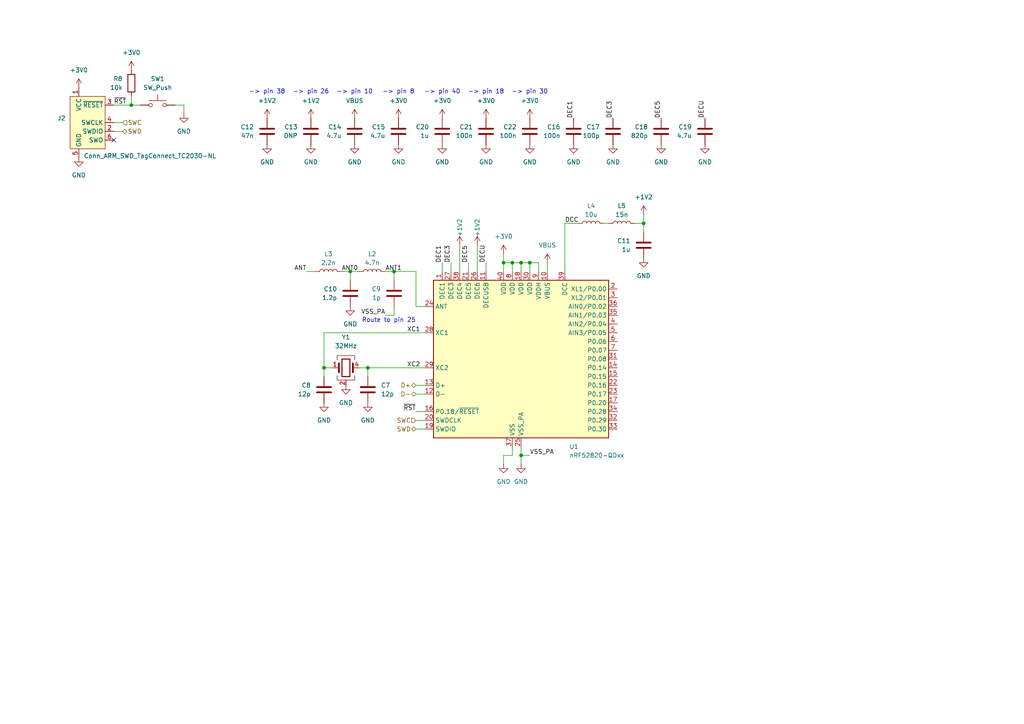
<source format=kicad_sch>
(kicad_sch (version 20250114) (generator "eeschema") (generator_version "9.0")
  (paper "A4")
  (lib_symbols
    (symbol "Connector:Conn_ARM_SWD_TagConnect_TC2030-NL" (in_bom no)
      (property "Reference" "J" (at 2.54 11.43 0))
      (property "Value" "Conn_ARM_SWD_TagConnect_TC2030-NL" (at 2.54 8.89 0))
      (symbol "Conn_ARM_SWD_TagConnect_TC2030-NL_0_0"
        (pin power_in line (at -2.54 10.16 270) (length 2.54) (name "VCC") (number "1"))
        (pin power_in line (at -2.54 -10.16 90) (length 2.54) (name "GND") (number "5"))
        (pin open_collector line (at 7.62 5.08 180) (length 2.54) (name "~{RESET}") (number "3"))
        (pin output line (at 7.62 0 180) (length 2.54) (name "SWCLK") (number "4"))
        (pin bidirectional line (at 7.62 -2.54 180) (length 2.54) (name "SWDIO") (number "2"))
        (pin input line (at 7.62 -5.08 180) (length 2.54) (name "SWO") (number "6"))
      )
      (symbol "Conn_ARM_SWD_TagConnect_TC2030-NL_0_1"
        (rectangle (start -5.08 7.62) (end 5.08 -7.62) (fill (type background)))
      )
    )
    (symbol "Device:C" (pin_numbers (hide yes)) (pin_names (offset 0.254))
      (property "Reference" "C" (at 0.635 2.54 0))
      (property "Value" "C" (at 0.635 -2.54 0))
      (symbol "C_0_1"
        (polyline (pts (xy -2.032 0.762) (xy 2.032 0.762)) (stroke (width 0.508)))
        (polyline (pts (xy -2.032 -0.762) (xy 2.032 -0.762)) (stroke (width 0.508)))
      )
      (symbol "C_1_1"
        (pin passive line (at 0 3.81 270) (length 2.794) (name "~") (number "1"))
        (pin passive line (at 0 -3.81 90) (length 2.794) (name "~") (number "2"))
      )
    )
    (symbol "Device:Crystal_GND23" (pin_names (offset 1.016) (hide yes))
      (property "Reference" "Y" (at 3.175 5.08 0))
      (property "Value" "Crystal_GND23" (at 3.175 3.175 0))
      (symbol "Crystal_GND23_0_1"
        (polyline (pts (xy -2.54 2.286) (xy -2.54 3.556) (xy 2.54 3.556) (xy 2.54 2.286)))
        (polyline (pts (xy -2.54 0) (xy -2.032 0)))
        (polyline (pts (xy -2.54 -2.286) (xy -2.54 -3.556) (xy 2.54 -3.556) (xy 2.54 -2.286)))
        (polyline (pts (xy -2.032 -1.27) (xy -2.032 1.27)) (stroke (width 0.508)))
        (rectangle (start -1.143 2.54) (end 1.143 -2.54) (stroke (width 0.3048)))
        (polyline (pts (xy 0 -3.81) (xy 0 -3.556)))
        (polyline (pts (xy 2.032 0) (xy 2.54 0)))
        (polyline (pts (xy 2.032 -1.27) (xy 2.032 1.27)) (stroke (width 0.508)))
      )
      (symbol "Crystal_GND23_1_1"
        (pin passive line (at -3.81 0 0) (length 1.27) (name "1") (number "1"))
        (pin passive line (at 0 -5.08 90) (length 1.27) (name "G") (number "2"))
        (pin passive line (at 0 -5.08 90) (length 1.27) (hide yes) (name "G") (number "3"))
        (pin passive line (at 3.81 0 180) (length 1.27) (name "4") (number "4"))
      )
    )
    (symbol "Device:L" (pin_numbers (hide yes)) (pin_names (offset 1.016) (hide yes))
      (property "Reference" "L" (at -1.27 0 90))
      (property "Value" "L" (at 1.905 0 90))
      (symbol "L_0_1"
        (arc (start 0 2.54) (mid 0.6323 1.905) (end 0 1.27))
        (arc (start 0 1.27) (mid 0.6323 0.635) (end 0 0))
        (arc (start 0 0) (mid 0.6323 -0.635) (end 0 -1.27))
        (arc (start 0 -1.27) (mid 0.6323 -1.905) (end 0 -2.54))
      )
      (symbol "L_1_1"
        (pin passive line (at 0 3.81 270) (length 1.27) (name "1") (number "1"))
        (pin passive line (at 0 -3.81 90) (length 1.27) (name "2") (number "2"))
      )
    )
    (symbol "Device:R" (pin_numbers (hide yes)) (pin_names (offset 0))
      (property "Reference" "R" (at 2.032 0 90))
      (property "Value" "R" (at 0 0 90))
      (symbol "R_0_1"
        (rectangle (start -1.016 -2.54) (end 1.016 2.54) (stroke (width 0.254)))
      )
      (symbol "R_1_1"
        (pin passive line (at 0 3.81 270) (length 1.27) (name "~") (number "1"))
        (pin passive line (at 0 -3.81 90) (length 1.27) (name "~") (number "2"))
      )
    )
    (symbol "MCU_Nordic:nRF52820-QDxx"
      (property "Reference" "U" (at -2.54 0 0))
      (property "Value" "nRF52820-QDxx" (at -2.54 -2.54 0))
      (symbol "nRF52820-QDxx_0_1"
        (rectangle (start -25.4 22.86) (end 25.4 -22.86) (stroke (width 0.254)) (fill (type background)))
      )
      (symbol "nRF52820-QDxx_1_1"
        (pin passive line (at -27.94 15.24 0) (length 2.54) (name "ANT") (number "24"))
        (pin input line (at -27.94 7.62 0) (length 2.54) (name "XC1") (number "28"))
        (pin input line (at -27.94 -2.54 0) (length 2.54) (name "XC2") (number "29"))
        (pin bidirectional line (at -27.94 -7.62 0) (length 2.54) (name "D+") (number "13"))
        (pin bidirectional line (at -27.94 -10.16 0) (length 2.54) (name "D-") (number "12"))
        (pin bidirectional line (at -27.94 -15.24 0) (length 2.54) (name "P0.18/~{RESET}") (number "16"))
        (pin input line (at -27.94 -17.78 0) (length 2.54) (name "SWDCLK") (number "20"))
        (pin bidirectional line (at -27.94 -20.32 0) (length 2.54) (name "SWDIO") (number "19"))
        (pin passive line (at -22.86 25.4 270) (length 2.54) (name "DEC1") (number "1"))
        (pin passive line (at -20.32 25.4 270) (length 2.54) (name "DEC3") (number "27"))
        (pin passive line (at -17.78 25.4 270) (length 2.54) (name "DEC4") (number "38"))
        (pin passive line (at -15.24 25.4 270) (length 2.54) (name "DEC5") (number "21"))
        (pin passive line (at -12.7 25.4 270) (length 2.54) (name "DEC6") (number "26"))
        (pin passive line (at -10.16 25.4 270) (length 2.54) (name "DECUSB") (number "11"))
        (pin power_in line (at -5.08 25.4 270) (length 2.54) (name "VDD") (number "40"))
        (pin power_in line (at -2.54 25.4 270) (length 2.54) (name "VDD") (number "8"))
        (pin power_in line (at -2.54 -25.4 90) (length 2.54) (name "VSS") (number "37"))
        (pin passive line (at -2.54 -25.4 90) (length 2.54) (hide yes) (name "VSS") (number "41"))
        (pin power_in line (at 0 25.4 270) (length 2.54) (name "VDD") (number "18"))
        (pin power_in line (at 0 -25.4 90) (length 2.54) (name "VSS_PA") (number "25"))
        (pin power_in line (at 2.54 25.4 270) (length 2.54) (name "VDD") (number "30"))
        (pin power_in line (at 5.08 25.4 270) (length 2.54) (name "VDDH") (number "9"))
        (pin power_in line (at 7.62 25.4 270) (length 2.54) (name "VBUS") (number "10"))
        (pin power_out line (at 12.7 25.4 270) (length 2.54) (name "DCC") (number "39"))
        (pin bidirectional line (at 27.94 20.32 180) (length 2.54) (name "XL1/P0.00") (number "2"))
        (pin bidirectional line (at 27.94 17.78 180) (length 2.54) (name "XL2/P0.01") (number "3"))
        (pin bidirectional line (at 27.94 15.24 180) (length 2.54) (name "AIN0/P0.02") (number "36"))
        (pin bidirectional line (at 27.94 12.7 180) (length 2.54) (name "AIN1/P0.03") (number "35"))
        (pin bidirectional line (at 27.94 10.16 180) (length 2.54) (name "AIN2/P0.04") (number "4"))
        (pin bidirectional line (at 27.94 7.62 180) (length 2.54) (name "AIN3/P0.05") (number "5"))
        (pin bidirectional line (at 27.94 5.08 180) (length 2.54) (name "P0.06") (number "6"))
        (pin bidirectional line (at 27.94 2.54 180) (length 2.54) (name "P0.07") (number "7"))
        (pin bidirectional line (at 27.94 0 180) (length 2.54) (name "P0.08") (number "31"))
        (pin bidirectional line (at 27.94 -2.54 180) (length 2.54) (name "P0.14") (number "14"))
        (pin bidirectional line (at 27.94 -5.08 180) (length 2.54) (name "P0.15") (number "15"))
        (pin bidirectional line (at 27.94 -7.62 180) (length 2.54) (name "P0.16") (number "22"))
        (pin bidirectional line (at 27.94 -10.16 180) (length 2.54) (name "P0.17") (number "23"))
        (pin bidirectional line (at 27.94 -12.7 180) (length 2.54) (name "P0.20") (number "17"))
        (pin bidirectional line (at 27.94 -15.24 180) (length 2.54) (name "P0.28") (number "34"))
        (pin bidirectional line (at 27.94 -17.78 180) (length 2.54) (name "P0.29") (number "32"))
        (pin bidirectional line (at 27.94 -20.32 180) (length 2.54) (name "P0.30") (number "33"))
      )
    )
    (symbol "Switch:SW_Push" (pin_numbers (hide yes)) (pin_names (offset 1.016) (hide yes))
      (property "Reference" "SW" (at 1.27 2.54 0))
      (property "Value" "SW_Push" (at 0 -1.524 0))
      (symbol "SW_Push_0_1"
        (circle (center -2.032 0) (radius 0.508))
        (polyline (pts (xy 0 1.27) (xy 0 3.048)))
        (circle (center 2.032 0) (radius 0.508))
        (polyline (pts (xy 2.54 1.27) (xy -2.54 1.27)))
        (pin passive line (at -5.08 0 0) (length 2.54) (name "1") (number "1"))
        (pin passive line (at 5.08 0 180) (length 2.54) (name "2") (number "2"))
      )
    )
    (symbol "power:+1V2" (power) (pin_numbers (hide yes)) (pin_names (offset 0) (hide yes))
      (property "Value" "+1V2" (at 0 3.556 0))
      (symbol "+1V2_0_1"
        (polyline (pts (xy -0.762 1.27) (xy 0 2.54)))
        (polyline (pts (xy 0 2.54) (xy 0.762 1.27)))
        (polyline (pts (xy 0 0) (xy 0 2.54)))
      )
      (symbol "+1V2_1_1"
        (pin power_in line (at 0 0 90) (length 0) (name "~") (number "1"))
      )
    )
    (symbol "power:+3V0" (power) (pin_numbers (hide yes)) (pin_names (offset 0) (hide yes))
      (property "Value" "+3V0" (at 0 3.556 0))
      (symbol "+3V0_0_1"
        (polyline (pts (xy -0.762 1.27) (xy 0 2.54)))
        (polyline (pts (xy 0 2.54) (xy 0.762 1.27)))
        (polyline (pts (xy 0 0) (xy 0 2.54)))
      )
      (symbol "+3V0_1_1"
        (pin power_in line (at 0 0 90) (length 0) (name "~") (number "1"))
      )
    )
    (symbol "power:GND" (power) (pin_numbers (hide yes)) (pin_names (offset 0) (hide yes))
      (property "Value" "GND" (at 0 -3.81 0))
      (symbol "GND_0_1"
        (polyline (pts (xy 0 0) (xy 0 -1.27) (xy 1.27 -1.27) (xy 0 -2.54) (xy -1.27 -1.27) (xy 0 -1.27)))
      )
      (symbol "GND_1_1"
        (pin power_in line (at 0 0 270) (length 0) (name "~") (number "1"))
      )
    )
    (symbol "power:VBUS" (power) (pin_numbers (hide yes)) (pin_names (offset 0) (hide yes))
      (property "Value" "VBUS" (at 0 3.556 0))
      (symbol "VBUS_0_1"
        (polyline (pts (xy -0.762 1.27) (xy 0 2.54)))
        (polyline (pts (xy 0 2.54) (xy 0.762 1.27)))
        (polyline (pts (xy 0 0) (xy 0 2.54)))
      )
      (symbol "VBUS_1_1"
        (pin power_in line (at 0 0 90) (length 0) (name "~") (number "1"))
      )
    )
  )
  (text "-> pin 38" (at 77.47 26.67 0) (effects (font (size 1.27 1.27))))
  (text "-> pin 40" (at 128.27 26.67 0) (effects (font (size 1.27 1.27))))
  (text "Route to pin 25" (at 112.776 92.964 0) (effects (font (size 1.27 1.27))))
  (text "-> pin 30" (at 153.67 26.67 0) (effects (font (size 1.27 1.27))))
  (text "-> pin 10" (at 102.87 26.67 0) (effects (font (size 1.27 1.27))))
  (text "-> pin 8" (at 115.57 26.67 0) (effects (font (size 1.27 1.27))))
  (text "-> pin 18" (at 140.97 26.67 0) (effects (font (size 1.27 1.27))))
  (text "-> pin 26" (at 90.17 26.67 0) (effects (font (size 1.27 1.27))))
  (junction (at 151.13 76.2))
  (junction (at 106.68 106.68))
  (junction (at 38.1 30.48))
  (junction (at 93.98 106.68))
  (junction (at 153.67 76.2))
  (junction (at 186.69 64.77))
  (junction (at 101.6 78.74))
  (junction (at 146.05 76.2))
  (junction (at 151.13 132.08))
  (junction (at 148.59 76.2))
  (junction (at 114.3 78.74))
  (no_connect (at 33.02 40.64))
  (wire (pts (xy 146.05 132.08) (xy 146.05 134.62)))
  (wire (pts (xy 33.02 30.48) (xy 38.1 30.48)))
  (wire (pts (xy 120.65 78.74) (xy 114.3 78.74)))
  (wire (pts (xy 151.13 76.2) (xy 148.59 76.2)))
  (wire (pts (xy 53.34 33.02) (xy 53.34 30.48)))
  (wire (pts (xy 104.14 106.68) (xy 106.68 106.68)))
  (wire (pts (xy 186.69 64.77) (xy 184.15 64.77)))
  (wire (pts (xy 138.43 71.12) (xy 138.43 78.74)))
  (wire (pts (xy 151.13 132.08) (xy 153.67 132.08)))
  (wire (pts (xy 175.26 64.77) (xy 176.53 64.77)))
  (wire (pts (xy 53.34 30.48) (xy 50.8 30.48)))
  (wire (pts (xy 120.65 114.3) (xy 123.19 114.3)))
  (wire (pts (xy 146.05 132.08) (xy 148.59 132.08)))
  (wire (pts (xy 33.02 38.1) (xy 35.56 38.1)))
  (wire (pts (xy 101.6 78.74) (xy 101.6 81.28)))
  (wire (pts (xy 114.3 78.74) (xy 114.3 81.28)))
  (wire (pts (xy 88.9 78.74) (xy 91.44 78.74)))
  (wire (pts (xy 101.6 78.74) (xy 104.14 78.74)))
  (wire (pts (xy 120.65 88.9) (xy 120.65 78.74)))
  (wire (pts (xy 93.98 96.52) (xy 93.98 106.68)))
  (wire (pts (xy 130.81 76.2) (xy 130.81 78.74)))
  (wire (pts (xy 106.68 106.68) (xy 123.19 106.68)))
  (wire (pts (xy 148.59 132.08) (xy 148.59 129.54)))
  (wire (pts (xy 156.21 76.2) (xy 153.67 76.2)))
  (wire (pts (xy 151.13 76.2) (xy 151.13 78.74)))
  (wire (pts (xy 153.67 76.2) (xy 153.67 78.74)))
  (wire (pts (xy 120.65 124.46) (xy 123.19 124.46)))
  (wire (pts (xy 135.89 76.2) (xy 135.89 78.74)))
  (wire (pts (xy 133.35 71.12) (xy 133.35 78.74)))
  (wire (pts (xy 186.69 67.31) (xy 186.69 64.77)))
  (wire (pts (xy 120.65 121.92) (xy 123.19 121.92)))
  (wire (pts (xy 99.06 78.74) (xy 101.6 78.74)))
  (wire (pts (xy 163.83 64.77) (xy 163.83 78.74)))
  (wire (pts (xy 128.27 76.2) (xy 128.27 78.74)))
  (wire (pts (xy 151.13 129.54) (xy 151.13 132.08)))
  (wire (pts (xy 120.65 119.38) (xy 123.19 119.38)))
  (wire (pts (xy 114.3 78.74) (xy 111.76 78.74)))
  (wire (pts (xy 140.97 76.2) (xy 140.97 78.74)))
  (wire (pts (xy 156.21 78.74) (xy 156.21 76.2)))
  (wire (pts (xy 148.59 76.2) (xy 146.05 76.2)))
  (wire (pts (xy 151.13 132.08) (xy 151.13 134.62)))
  (wire (pts (xy 123.19 88.9) (xy 120.65 88.9)))
  (wire (pts (xy 123.19 96.52) (xy 93.98 96.52)))
  (wire (pts (xy 114.3 88.9) (xy 114.3 91.44)))
  (wire (pts (xy 111.76 91.44) (xy 114.3 91.44)))
  (wire (pts (xy 33.02 35.56) (xy 35.56 35.56)))
  (wire (pts (xy 153.67 76.2) (xy 151.13 76.2)))
  (wire (pts (xy 158.75 76.2) (xy 158.75 78.74)))
  (wire (pts (xy 38.1 27.94) (xy 38.1 30.48)))
  (wire (pts (xy 148.59 76.2) (xy 148.59 78.74)))
  (wire (pts (xy 93.98 106.68) (xy 96.52 106.68)))
  (wire (pts (xy 146.05 73.66) (xy 146.05 76.2)))
  (wire (pts (xy 146.05 76.2) (xy 146.05 78.74)))
  (wire (pts (xy 186.69 62.23) (xy 186.69 64.77)))
  (wire (pts (xy 93.98 109.22) (xy 93.98 106.68)))
  (wire (pts (xy 163.83 64.77) (xy 167.64 64.77)))
  (wire (pts (xy 106.68 106.68) (xy 106.68 109.22)))
  (wire (pts (xy 38.1 30.48) (xy 40.64 30.48)))
  (wire (pts (xy 120.65 111.76) (xy 123.19 111.76)))
  (label "XC1" (at 121.92 96.52 180))
  (label "DECU" (at 140.97 76.2 90))
  (label "DECU" (at 204.47 34.29 90))
  (label "ANT1" (at 111.76 78.74 0))
  (label "DEC3" (at 177.8 34.29 90))
  (label "DCC" (at 163.83 64.77 0))
  (label "DEC1" (at 128.27 76.2 90))
  (label "~{RST}" (at 33.02 30.48 0))
  (label "DEC1" (at 166.37 34.29 90))
  (label "VSS_PA" (at 111.76 91.44 180))
  (label "VSS_PA" (at 153.67 132.08 0))
  (label "XC2" (at 121.92 106.68 180))
  (label "DEC5" (at 135.89 76.2 90))
  (label "ANT0" (at 99.06 78.74 0))
  (label "~{RST}" (at 120.65 119.38 180))
  (label "DEC3" (at 130.81 76.2 90))
  (label "DEC5" (at 191.77 34.29 90))
  (label "ANT" (at 88.9 78.74 180))
  (hierarchical_label "SWC" (shape input) (at 35.56 35.56 0))
  (hierarchical_label "D+" (shape bidirectional) (at 120.65 111.76 180))
  (hierarchical_label "SWC" (shape input) (at 120.65 121.92 180))
  (hierarchical_label "D-" (shape bidirectional) (at 120.65 114.3 180))
  (hierarchical_label "SWD" (shape bidirectional) (at 35.56 38.1 0))
  (hierarchical_label "SWD" (shape bidirectional) (at 120.65 124.46 180))
  (symbol (lib_id "Device:C") (at 77.47 38.1 0) (mirror y) (unit 1)
    (property "Reference" "C12" (at 73.66 36.8299 0) (effects (justify left)))
    (property "Value" "47n" (at 73.66 39.3699 0) (effects (justify left)))
    (property "Footprint" "Capacitor_SMD:C_0402_1005Metric" (effects (hide yes)))
    (property "Description" "Unpolarized capacitor" (effects (hide yes)))
  )
  (symbol (lib_id "power:+1V2") (at 138.43 71.12 0) (unit 1)
    (property "Reference" "#PWR055" (effects (hide yes)))
    (property "Value" "+1V2" (at 138.43 66.04 90))
    (property "Description" "Power symbol creates a global label with name \"+1V2\"" (effects (hide yes)))
  )
  (symbol (lib_id "power:+3V0") (at 128.27 34.29 0) (unit 1)
    (property "Reference" "#PWR071" (effects (hide yes)))
    (property "Value" "+3V0" (at 128.27 29.21 0))
    (property "Description" "Power symbol creates a global label with name \"+3V0\"" (effects (hide yes)))
  )
  (symbol (lib_id "power:+1V2") (at 90.17 34.29 0) (unit 1)
    (property "Reference" "#PWR067" (effects (hide yes)))
    (property "Value" "+1V2" (at 90.17 29.21 0))
    (property "Description" "Power symbol creates a global label with name \"+1V2\"" (effects (hide yes)))
  )
  (symbol (lib_id "Device:C") (at 186.69 71.12 0) (mirror y) (unit 1)
    (property "Reference" "C11" (at 182.88 69.8499 0) (effects (justify left)))
    (property "Value" "1u" (at 182.88 72.3899 0) (effects (justify left)))
    (property "Footprint" "Capacitor_SMD:C_0402_1005Metric" (effects (hide yes)))
    (property "Description" "Unpolarized capacitor" (effects (hide yes)))
  )
  (symbol (lib_id "power:GND") (at 77.47 41.91 0) (unit 1)
    (property "Reference" "#PWR056" (effects (hide yes)))
    (property "Value" "GND" (at 77.47 46.99 0))
    (property "Description" "Power symbol creates a global label with name \"GND\" , ground" (effects (hide yes)))
  )
  (symbol (lib_id "power:GND") (at 146.05 134.62 0) (unit 1)
    (property "Reference" "#PWR035" (effects (hide yes)))
    (property "Value" "GND" (at 146.05 139.7 0))
    (property "Description" "Power symbol creates a global label with name \"GND\" , ground" (effects (hide yes)))
  )
  (symbol (lib_id "Device:Crystal_GND23") (at 100.33 106.68 0) (unit 1)
    (property "Reference" "Y1" (at 100.33 97.79 0))
    (property "Value" "32MHz" (at 100.33 100.33 0))
    (property "Footprint" "Crystal:Crystal_SMD_2520-4Pin_2.5x2.0mm" (effects (hide yes)))
    (property "Description" "Four pin crystal, GND on pins 2 and 3" (effects (hide yes)))
    (property private "KLC_S3.3" "The rectangle is not a symbol body but a graphical element" (effects (hide yes)))
    (property private "KLC_S4.1" "Some pins are on 50mil grid to make the symbol small" (effects (hide yes)))
  )
  (symbol (lib_id "Device:R") (at 38.1 24.13 0) (mirror y) (unit 1)
    (property "Reference" "R8" (at 35.56 22.8599 0) (effects (justify left)))
    (property "Value" "10k" (at 35.56 25.3999 0) (effects (justify left)))
    (property "Footprint" "Resistor_SMD:R_0402_1005Metric" (effects (hide yes)))
    (property "Description" "Resistor" (effects (hide yes)))
  )
  (symbol (lib_id "power:+1V2") (at 133.35 71.12 0) (unit 1)
    (property "Reference" "#PWR054" (effects (hide yes)))
    (property "Value" "+1V2" (at 133.35 66.04 90))
    (property "Description" "Power symbol creates a global label with name \"+1V2\"" (effects (hide yes)))
  )
  (symbol (lib_id "power:GND") (at 140.97 41.91 0) (unit 1)
    (property "Reference" "#PWR065" (effects (hide yes)))
    (property "Value" "GND" (at 140.97 46.99 0))
    (property "Description" "Power symbol creates a global label with name \"GND\" , ground" (effects (hide yes)))
  )
  (symbol (lib_id "power:GND") (at 191.77 41.91 0) (unit 1)
    (property "Reference" "#PWR062" (effects (hide yes)))
    (property "Value" "GND" (at 191.77 46.99 0))
    (property "Description" "Power symbol creates a global label with name \"GND\" , ground" (effects (hide yes)))
  )
  (symbol (lib_id "power:GND") (at 106.68 116.84 0) (unit 1)
    (property "Reference" "#PWR046" (effects (hide yes)))
    (property "Value" "GND" (at 106.68 121.92 0))
    (property "Description" "Power symbol creates a global label with name \"GND\" , ground" (effects (hide yes)))
  )
  (symbol (lib_id "power:GND") (at 115.57 41.91 0) (unit 1)
    (property "Reference" "#PWR059" (effects (hide yes)))
    (property "Value" "GND" (at 115.57 46.99 0))
    (property "Description" "Power symbol creates a global label with name \"GND\" , ground" (effects (hide yes)))
  )
  (symbol (lib_id "Device:C") (at 114.3 85.09 0) (mirror y) (unit 1)
    (property "Reference" "C9" (at 110.49 83.8199 0) (effects (justify left)))
    (property "Value" "1p" (at 110.49 86.3599 0) (effects (justify left)))
    (property "Footprint" "Capacitor_SMD:C_0402_1005Metric" (effects (hide yes)))
    (property "Description" "Unpolarized capacitor" (effects (hide yes)))
  )
  (symbol (lib_id "Device:L") (at 107.95 78.74 90) (unit 1)
    (property "Reference" "L2" (at 107.95 73.66 90))
    (property "Value" "4.7n" (at 107.95 76.2 90))
    (property "Footprint" "Inductor_SMD:L_0402_1005Metric" (effects (hide yes)))
    (property "Description" "Inductor" (effects (hide yes)))
  )
  (symbol (lib_id "power:+1V2") (at 77.47 34.29 0) (unit 1)
    (property "Reference" "#PWR066" (effects (hide yes)))
    (property "Value" "+1V2" (at 77.47 29.21 0))
    (property "Description" "Power symbol creates a global label with name \"+1V2\"" (effects (hide yes)))
  )
  (symbol (lib_id "Device:C") (at 115.57 38.1 0) (mirror y) (unit 1)
    (property "Reference" "C15" (at 111.76 36.8299 0) (effects (justify left)))
    (property "Value" "4.7u" (at 111.76 39.3699 0) (effects (justify left)))
    (property "Footprint" "Capacitor_SMD:C_0603_1608Metric" (effects (hide yes)))
    (property "Description" "Unpolarized capacitor" (effects (hide yes)))
  )
  (symbol (lib_id "power:+3V0") (at 115.57 34.29 0) (unit 1)
    (property "Reference" "#PWR069" (effects (hide yes)))
    (property "Value" "+3V0" (at 115.57 29.21 0))
    (property "Description" "Power symbol creates a global label with name \"+3V0\"" (effects (hide yes)))
  )
  (symbol (lib_id "MCU_Nordic:nRF52820-QDxx") (at 151.13 104.14 0) (unit 1)
    (property "Reference" "U1" (at 165.1 129.54 0) (effects (justify left)))
    (property "Value" "nRF52820-QDxx" (at 165.1 132.08 0) (effects (justify left)))
    (property "Footprint" "Package_DFN_QFN:QFN-40-1EP_5x5mm_P0.4mm_EP3.6x3.6mm" (effects (hide yes)))
    (property "Datasheet" "https://infocenter.nordicsemi.com/pdf/nRF52820_PS_v1.0.pdf" (effects (hide yes)))
    (property "Description" "Multiprotocol BLE/ANT/2.4 GHz/802.15.4 Cortex-M4 SoC, QFN-40" (effects (hide yes)))
  )
  (symbol (lib_id "Device:C") (at 166.37 38.1 0) (mirror y) (unit 1)
    (property "Reference" "C16" (at 162.56 36.8299 0) (effects (justify left)))
    (property "Value" "100n" (at 162.56 39.3699 0) (effects (justify left)))
    (property "Footprint" "Capacitor_SMD:C_0402_1005Metric" (effects (hide yes)))
    (property "Description" "Unpolarized capacitor" (effects (hide yes)))
  )
  (symbol (lib_id "power:VBUS") (at 158.75 76.2 0) (unit 1)
    (property "Reference" "#PWR05" (effects (hide yes)))
    (property "Value" "VBUS" (at 158.75 71.12 0))
    (property "Description" "Power symbol creates a global label with name \"VBUS\"" (effects (hide yes)))
  )
  (symbol (lib_id "Device:C") (at 204.47 38.1 0) (mirror y) (unit 1)
    (property "Reference" "C19" (at 200.66 36.8299 0) (effects (justify left)))
    (property "Value" "4.7u" (at 200.66 39.3699 0) (effects (justify left)))
    (property "Footprint" "Capacitor_SMD:C_0603_1608Metric" (effects (hide yes)))
    (property "Description" "Unpolarized capacitor" (effects (hide yes)))
  )
  (symbol (lib_id "Device:C") (at 153.67 38.1 0) (mirror y) (unit 1)
    (property "Reference" "C22" (at 149.86 36.8299 0) (effects (justify left)))
    (property "Value" "100n" (at 149.86 39.3699 0) (effects (justify left)))
    (property "Footprint" "Capacitor_SMD:C_0402_1005Metric" (effects (hide yes)))
    (property "Description" "Unpolarized capacitor" (effects (hide yes)))
  )
  (symbol (lib_id "power:GND") (at 53.34 33.02 0) (unit 1)
    (property "Reference" "#PWR039" (effects (hide yes)))
    (property "Value" "GND" (at 53.34 38.1 0))
    (property "Description" "Power symbol creates a global label with name \"GND\" , ground" (effects (hide yes)))
  )
  (symbol (lib_id "power:+3V0") (at 153.67 34.29 0) (unit 1)
    (property "Reference" "#PWR073" (effects (hide yes)))
    (property "Value" "+3V0" (at 153.67 29.21 0))
    (property "Description" "Power symbol creates a global label with name \"+3V0\"" (effects (hide yes)))
  )
  (symbol (lib_id "Device:C") (at 177.8 38.1 0) (mirror y) (unit 1)
    (property "Reference" "C17" (at 173.99 36.8299 0) (effects (justify left)))
    (property "Value" "100p" (at 173.99 39.3699 0) (effects (justify left)))
    (property "Footprint" "Capacitor_SMD:C_0402_1005Metric" (effects (hide yes)))
    (property "Description" "Unpolarized capacitor" (effects (hide yes)))
  )
  (symbol (lib_id "power:GND") (at 101.6 88.9 0) (unit 1)
    (property "Reference" "#PWR051" (effects (hide yes)))
    (property "Value" "GND" (at 101.6 93.98 0))
    (property "Description" "Power symbol creates a global label with name \"GND\" , ground" (effects (hide yes)))
  )
  (symbol (lib_id "Device:C") (at 101.6 85.09 0) (mirror y) (unit 1)
    (property "Reference" "C10" (at 97.79 83.8199 0) (effects (justify left)))
    (property "Value" "1.2p" (at 97.79 86.3599 0) (effects (justify left)))
    (property "Footprint" "Capacitor_SMD:C_0402_1005Metric" (effects (hide yes)))
    (property "Description" "Unpolarized capacitor" (effects (hide yes)))
  )
  (symbol (lib_id "power:VBUS") (at 102.87 34.29 0) (unit 1)
    (property "Reference" "#PWR068" (effects (hide yes)))
    (property "Value" "VBUS" (at 102.87 29.21 0))
    (property "Description" "Power symbol creates a global label with name \"VBUS\"" (effects (hide yes)))
  )
  (symbol (lib_id "power:GND") (at 151.13 134.62 0) (unit 1)
    (property "Reference" "#PWR050" (effects (hide yes)))
    (property "Value" "GND" (at 151.13 139.7 0))
    (property "Description" "Power symbol creates a global label with name \"GND\" , ground" (effects (hide yes)))
  )
  (symbol (lib_id "Device:C") (at 140.97 38.1 0) (mirror y) (unit 1)
    (property "Reference" "C21" (at 137.16 36.8299 0) (effects (justify left)))
    (property "Value" "100n" (at 137.16 39.3699 0) (effects (justify left)))
    (property "Footprint" "Capacitor_SMD:C_0402_1005Metric" (effects (hide yes)))
    (property "Description" "Unpolarized capacitor" (effects (hide yes)))
  )
  (symbol (lib_id "Switch:SW_Push") (at 45.72 30.48 0) (unit 1)
    (property "Reference" "SW1" (at 45.72 22.86 0))
    (property "Value" "SW_Push" (at 45.72 25.4 0))
    (property "Footprint" "Button_Switch_SMD:SW_SPST_EVQP7C" (effects (hide yes)))
    (property "Description" "Push button switch, generic, two pins" (effects (hide yes)))
  )
  (symbol (lib_id "Device:L") (at 180.34 64.77 90) (unit 1)
    (property "Reference" "L5" (at 180.34 59.69 90))
    (property "Value" "15n" (at 180.34 62.23 90))
    (property "Footprint" "Inductor_SMD:L_0402_1005Metric" (effects (hide yes)))
    (property "Description" "Inductor" (effects (hide yes)))
  )
  (symbol (lib_id "Device:C") (at 90.17 38.1 0) (mirror y) (unit 1)
    (property "Reference" "C13" (at 86.36 36.8299 0) (effects (justify left)))
    (property "Value" "DNP" (at 86.36 39.3699 0) (effects (justify left)))
    (property "Footprint" "Capacitor_SMD:C_0402_1005Metric" (effects (hide yes)))
    (property "Description" "Unpolarized capacitor" (effects (hide yes)))
  )
  (symbol (lib_id "power:GND") (at 90.17 41.91 0) (unit 1)
    (property "Reference" "#PWR057" (effects (hide yes)))
    (property "Value" "GND" (at 90.17 46.99 0))
    (property "Description" "Power symbol creates a global label with name \"GND\" , ground" (effects (hide yes)))
  )
  (symbol (lib_id "Device:C") (at 106.68 113.03 0) (unit 1)
    (property "Reference" "C7" (at 110.49 111.7599 0) (effects (justify left)))
    (property "Value" "12p" (at 110.49 114.2999 0) (effects (justify left)))
    (property "Footprint" "Capacitor_SMD:C_0402_1005Metric" (effects (hide yes)))
    (property "Description" "Unpolarized capacitor" (effects (hide yes)))
  )
  (symbol (lib_id "power:+3V0") (at 140.97 34.29 0) (unit 1)
    (property "Reference" "#PWR072" (effects (hide yes)))
    (property "Value" "+3V0" (at 140.97 29.21 0))
    (property "Description" "Power symbol creates a global label with name \"+3V0\"" (effects (hide yes)))
  )
  (symbol (lib_id "Device:C") (at 102.87 38.1 0) (mirror y) (unit 1)
    (property "Reference" "C14" (at 99.06 36.8299 0) (effects (justify left)))
    (property "Value" "4.7u" (at 99.06 39.3699 0) (effects (justify left)))
    (property "Footprint" "Capacitor_SMD:C_0603_1608Metric" (effects (hide yes)))
    (property "Description" "Unpolarized capacitor" (effects (hide yes)))
  )
  (symbol (lib_id "Device:L") (at 95.25 78.74 90) (unit 1)
    (property "Reference" "L3" (at 95.25 73.66 90))
    (property "Value" "2.2n" (at 95.25 76.2 90))
    (property "Footprint" "Inductor_SMD:L_0402_1005Metric" (effects (hide yes)))
    (property "Description" "Inductor" (effects (hide yes)))
  )
  (symbol (lib_id "power:GND") (at 22.86 45.72 0) (unit 1)
    (property "Reference" "#PWR038" (effects (hide yes)))
    (property "Value" "GND" (at 22.86 50.8 0))
    (property "Description" "Power symbol creates a global label with name \"GND\" , ground" (effects (hide yes)))
  )
  (symbol (lib_id "Device:C") (at 93.98 113.03 0) (unit 1)
    (property "Reference" "C8" (at 90.17 111.7599 0) (effects (justify right)))
    (property "Value" "12p" (at 90.17 114.2999 0) (effects (justify right)))
    (property "Footprint" "Capacitor_SMD:C_0402_1005Metric" (effects (hide yes)))
    (property "Description" "Unpolarized capacitor" (effects (hide yes)))
  )
  (symbol (lib_id "power:+1V2") (at 186.69 62.23 0) (unit 1)
    (property "Reference" "#PWR053" (effects (hide yes)))
    (property "Value" "+1V2" (at 186.69 57.15 0))
    (property "Description" "Power symbol creates a global label with name \"+1V2\"" (effects (hide yes)))
  )
  (symbol (lib_id "Device:C") (at 128.27 38.1 0) (mirror y) (unit 1)
    (property "Reference" "C20" (at 124.46 36.8299 0) (effects (justify left)))
    (property "Value" "1u" (at 124.46 39.3699 0) (effects (justify left)))
    (property "Footprint" "Capacitor_SMD:C_0402_1005Metric" (effects (hide yes)))
    (property "Description" "Unpolarized capacitor" (effects (hide yes)))
  )
  (symbol (lib_id "power:GND") (at 128.27 41.91 0) (unit 1)
    (property "Reference" "#PWR064" (effects (hide yes)))
    (property "Value" "GND" (at 128.27 46.99 0))
    (property "Description" "Power symbol creates a global label with name \"GND\" , ground" (effects (hide yes)))
  )
  (symbol (lib_id "power:+3V0") (at 38.1 20.32 0) (unit 1)
    (property "Reference" "#PWR049" (effects (hide yes)))
    (property "Value" "+3V0" (at 38.1 15.24 0))
    (property "Description" "Power symbol creates a global label with name \"+3V0\"" (effects (hide yes)))
  )
  (symbol (lib_id "power:GND") (at 186.69 74.93 0) (unit 1)
    (property "Reference" "#PWR052" (effects (hide yes)))
    (property "Value" "GND" (at 186.69 80.01 0))
    (property "Description" "Power symbol creates a global label with name \"GND\" , ground" (effects (hide yes)))
  )
  (symbol (lib_id "power:+3V0") (at 22.86 25.4 0) (unit 1)
    (property "Reference" "#PWR042" (effects (hide yes)))
    (property "Value" "+3V0" (at 22.86 20.32 0))
    (property "Description" "Power symbol creates a global label with name \"+3V0\"" (effects (hide yes)))
  )
  (symbol (lib_id "Device:C") (at 191.77 38.1 0) (mirror y) (unit 1)
    (property "Reference" "C18" (at 187.96 36.8299 0) (effects (justify left)))
    (property "Value" "820p" (at 187.96 39.3699 0) (effects (justify left)))
    (property "Footprint" "Capacitor_SMD:C_0402_1005Metric" (effects (hide yes)))
    (property "Description" "Unpolarized capacitor" (effects (hide yes)))
  )
  (symbol (lib_id "power:GND") (at 177.8 41.91 0) (unit 1)
    (property "Reference" "#PWR061" (effects (hide yes)))
    (property "Value" "GND" (at 177.8 46.99 0))
    (property "Description" "Power symbol creates a global label with name \"GND\" , ground" (effects (hide yes)))
  )
  (symbol (lib_id "power:GND") (at 93.98 116.84 0) (unit 1)
    (property "Reference" "#PWR047" (effects (hide yes)))
    (property "Value" "GND" (at 93.98 121.92 0))
    (property "Description" "Power symbol creates a global label with name \"GND\" , ground" (effects (hide yes)))
  )
  (symbol (lib_id "power:GND") (at 153.67 41.91 0) (unit 1)
    (property "Reference" "#PWR070" (effects (hide yes)))
    (property "Value" "GND" (at 153.67 46.99 0))
    (property "Description" "Power symbol creates a global label with name \"GND\" , ground" (effects (hide yes)))
  )
  (symbol (lib_id "power:GND") (at 204.47 41.91 0) (unit 1)
    (property "Reference" "#PWR063" (effects (hide yes)))
    (property "Value" "GND" (at 204.47 46.99 0))
    (property "Description" "Power symbol creates a global label with name \"GND\" , ground" (effects (hide yes)))
  )
  (symbol (lib_id "power:GND") (at 100.33 111.76 0) (unit 1)
    (property "Reference" "#PWR048" (effects (hide yes)))
    (property "Value" "GND" (at 100.33 116.84 0))
    (property "Description" "Power symbol creates a global label with name \"GND\" , ground" (effects (hide yes)))
  )
  (symbol (lib_id "Connector:Conn_ARM_SWD_TagConnect_TC2030-NL") (at 25.4 35.56 0) (unit 1) (in_bom no)
    (property "Reference" "J2" (at 19.05 34.2899 0) (effects (justify right)))
    (property "Value" "Conn_ARM_SWD_TagConnect_TC2030-NL" (at 62.738 45.212 0) (effects (justify right)))
    (property "Footprint" "Project library:Tag-Connect_TC2030-IDC-NL_2x03_P1.27mm_Vertical" (effects (hide yes)))
    (property "Datasheet" "https://www.tag-connect.com/wp-content/uploads/bsk-pdf-manager/TC2030-CTX_1.pdf" (effects (hide yes)))
    (property "Description" "Tag-Connect ARM Cortex SWD JTAG connector, 6 pin, no legs" (effects (hide yes)))
  )
  (symbol (lib_id "power:+3V0") (at 146.05 73.66 0) (unit 1)
    (property "Reference" "#PWR043" (effects (hide yes)))
    (property "Value" "+3V0" (at 146.05 68.58 0))
    (property "Description" "Power symbol creates a global label with name \"+3V0\"" (effects (hide yes)))
  )
  (symbol (lib_id "power:GND") (at 102.87 41.91 0) (unit 1)
    (property "Reference" "#PWR058" (effects (hide yes)))
    (property "Value" "GND" (at 102.87 46.99 0))
    (property "Description" "Power symbol creates a global label with name \"GND\" , ground" (effects (hide yes)))
  )
  (symbol (lib_id "Device:L") (at 171.45 64.77 90) (unit 1)
    (property "Reference" "L4" (at 171.45 59.69 90))
    (property "Value" "10u" (at 171.45 62.23 90))
    (property "Footprint" "Inductor_SMD:L_0603_1608Metric" (effects (hide yes)))
    (property "Description" "Inductor" (effects (hide yes)))
  )
  (symbol (lib_id "power:GND") (at 166.37 41.91 0) (unit 1)
    (property "Reference" "#PWR060" (effects (hide yes)))
    (property "Value" "GND" (at 166.37 46.99 0))
    (property "Description" "Power symbol creates a global label with name \"GND\" , ground" (effects (hide yes)))
  )
)
</source>
